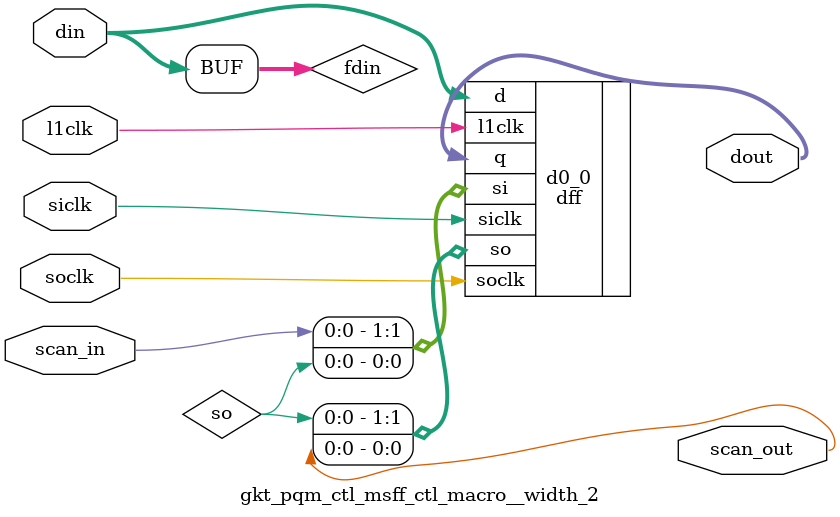
<source format=v>
module gkt_pqm_ctl (
  l1clk, 
  scan_in, 
  spc_aclk, 
  spc_bclk, 
  scan_out, 
  pqm_req_drop, 
  pqm_empty, 
  spc_pcx_req_pq, 
  pcx_grant);
wire siclk;
wire soclk;
wire [1:0] qcnt_inc;
wire [1:0] qcnt;
wire [1:0] qcnt_dec;
wire qfull;
wire incr;
wire decr;
wire hold;
wire [1:0] qcnt_next;
wire dff_qcnt_scanin;
wire dff_qcnt_scanout;


// globals
input           l1clk;
input           scan_in;
input           spc_aclk;
input           spc_bclk;
output          scan_out;

output pqm_req_drop;
output pqm_empty;


input spc_pcx_req_pq;
input pcx_grant;

// scan renames
assign siclk = spc_aclk;
assign soclk = spc_bclk;
// end scan


////////////////////////////////////////////////////////
// keep track of ccx fifo
// l15 can send 2 requests followed by a 3rd speculative req.
// If a grant is not seen in the cycle when 3rd req is launched,
// then it is dropped by ccx, and l15 has to resend it.

assign qcnt_inc[1:0] = qcnt[1:0] + 2'b01;
assign qcnt_dec[1:0] = (qcnt[1:0] == 2'b00)? 2'b00: (qcnt[1:0] - 2'b01);

assign qfull = qcnt[1];
assign pqm_empty = ~qcnt[1] & ~qcnt[0];

// do not increment if qfull, the req is going to get dropped.

assign incr = spc_pcx_req_pq & ~qfull & ~pcx_grant;
assign decr = ~spc_pcx_req_pq & pcx_grant;
assign hold = ~incr & ~decr;
//assign qcnt_next[1:0] = incr? qcnt_inc[1:0]: decr ? qcnt_dec[1:0] : qcnt[1:0];

assign qcnt_next[1:0] = ({2{incr}} & qcnt_inc[1:0]) |
                        ({2{decr}} & qcnt_dec[1:0]) |
                        ({2{hold}} & qcnt[1:0]);

// pcx_grant is a very late signal.
//


// 0in overflow -var qcnt_next[1:0] -min 0 -max 2

assign pqm_req_drop = qcnt[1] & spc_pcx_req_pq & ~pcx_grant;

gkt_pqm_ctl_msff_ctl_macro__width_2 dff_qcnt
  (
   .scan_in(dff_qcnt_scanin),
   .scan_out(dff_qcnt_scanout),
   .din           (qcnt_next[1:0]),
   .dout             (qcnt[1:0]),
   .l1clk         (l1clk),
  .siclk(siclk),
  .soclk(soclk)
);

// fixscan start:
assign dff_qcnt_scanin           = scan_in                  ;
assign scan_out                  = dff_qcnt_scanout         ;
// fixscan end:
endmodule // gkt_pqm_ctl






// any PARAMS parms go into naming of macro

module gkt_pqm_ctl_msff_ctl_macro__width_2 (
  din, 
  l1clk, 
  scan_in, 
  siclk, 
  soclk, 
  dout, 
  scan_out);
wire [1:0] fdin;
wire [0:0] so;

  input [1:0] din;
  input l1clk;
  input scan_in;


  input siclk;
  input soclk;

  output [1:0] dout;
  output scan_out;
assign fdin[1:0] = din[1:0];






dff /*#(2)*/  d0_0 (
.l1clk(l1clk),
.siclk(siclk),
.soclk(soclk),
.d(fdin[1:0]),
.si({scan_in,so[0:0]}),
.so({so[0:0],scan_out}),
.q(dout[1:0])
);












endmodule









</source>
